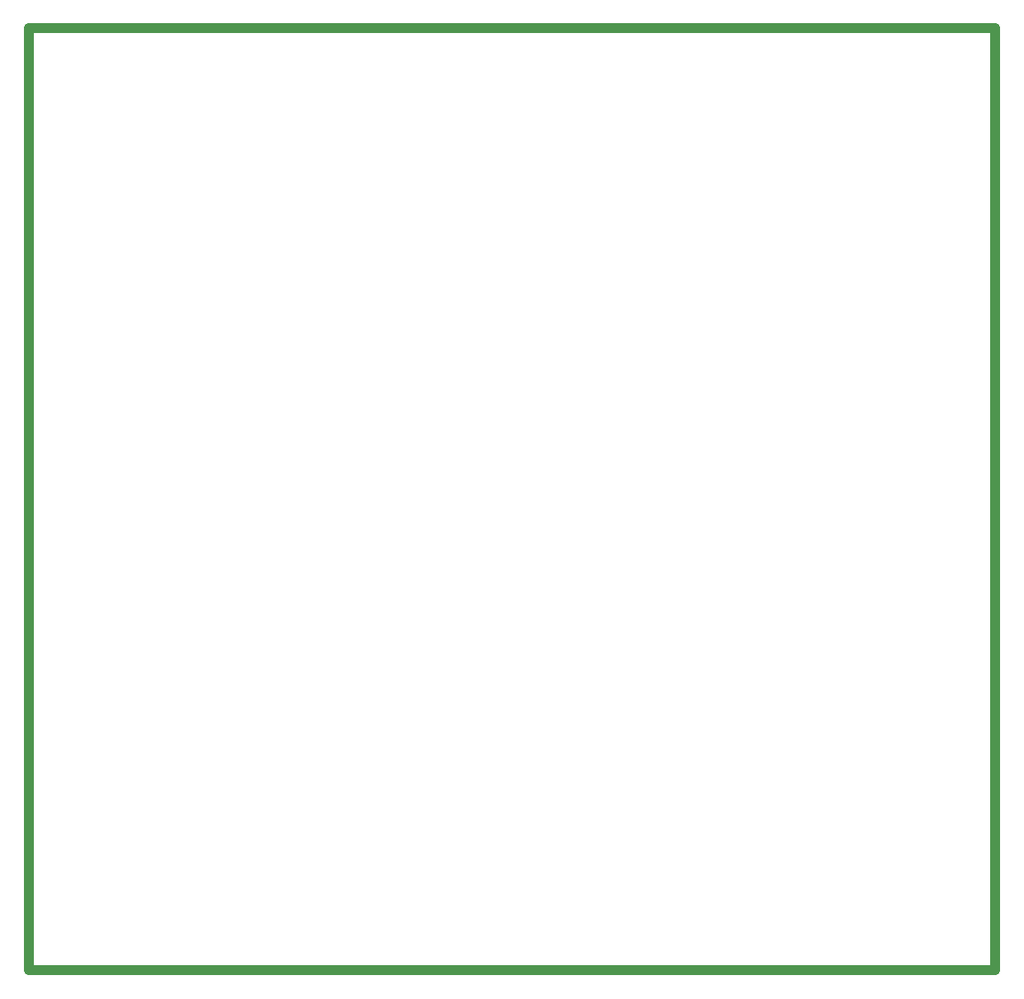
<source format=gbo>
%FSLAX24Y24*%
%MOIN*%
%ADD10C,0.0394*%
D10*
G01X197Y197D02*
X197Y38228D01*
X39173Y38228D01*
X39173Y197D01*
X197Y197D01*
M02*

</source>
